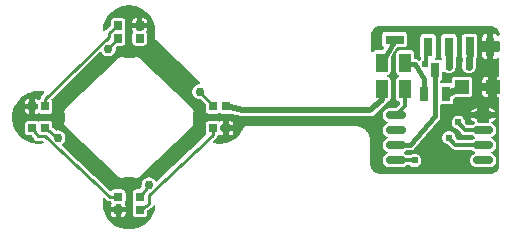
<source format=gtl>
G04 Layer: TopLayer*
G04 EasyEDA v6.4.20.5, 2021-09-11T17:11:42--7:00*
G04 59e5e42a4f444d7ea769f532c57b2946,1286d1f709c949e68cfeef46812bcf49,10*
G04 Gerber Generator version 0.2*
G04 Scale: 100 percent, Rotated: No, Reflected: No *
G04 Dimensions in millimeters *
G04 leading zeros omitted , absolute positions ,4 integer and 5 decimal *
%FSLAX45Y45*%
%MOMM*%

%ADD10C,0.2540*%
%ADD11C,0.4000*%
%ADD12C,0.3000*%
%ADD13C,0.5000*%
%ADD14C,0.6000*%
%ADD15C,0.6500*%
%ADD16C,0.7500*%
%ADD17C,0.6096*%
%ADD18R,1.2000X1.2000*%
%ADD19R,1.0000X1.5500*%
%ADD20R,0.7000X1.2500*%
%ADD21R,0.8000X1.6000*%
%ADD22R,1.6000X0.8000*%
%ADD23R,0.7000X0.7000*%

%LPD*%
G36*
X1130757Y282854D02*
G01*
X1110792Y283768D01*
X1091031Y286461D01*
X1071575Y290931D01*
X1052576Y297078D01*
X1034237Y304952D01*
X1016609Y314350D01*
X999947Y325323D01*
X984300Y337718D01*
X969822Y351485D01*
X956614Y366471D01*
X944829Y382524D01*
X934516Y399643D01*
X925728Y417576D01*
X918616Y436219D01*
X913130Y455422D01*
X909421Y475030D01*
X907491Y494893D01*
X907287Y514858D01*
X908913Y534720D01*
X910031Y541528D01*
X911656Y545541D01*
X914806Y548538D01*
X918870Y549910D01*
X923188Y549503D01*
X926947Y547319D01*
X943457Y532028D01*
X949909Y527202D01*
X956716Y523900D01*
X964031Y521970D01*
X973378Y521462D01*
X977239Y520446D01*
X980389Y518058D01*
X984859Y510387D01*
X986231Y506882D01*
X986231Y503123D01*
X984859Y499567D01*
X982726Y496214D01*
X980795Y490728D01*
X980084Y484428D01*
X980084Y473862D01*
X1017168Y473862D01*
X1017168Y488950D01*
X1017930Y492810D01*
X1020114Y496112D01*
X1023416Y498297D01*
X1027328Y499109D01*
X1054709Y499109D01*
X1058570Y498297D01*
X1061872Y496112D01*
X1064056Y492810D01*
X1064869Y488950D01*
X1064869Y473862D01*
X1101902Y473862D01*
X1101902Y484428D01*
X1101191Y490728D01*
X1099261Y496214D01*
X1097178Y499567D01*
X1095756Y503123D01*
X1095756Y506882D01*
X1097178Y510387D01*
X1099261Y513791D01*
X1101191Y519226D01*
X1101902Y525576D01*
X1101902Y594410D01*
X1101191Y600760D01*
X1099261Y606196D01*
X1096213Y611124D01*
X1092098Y615188D01*
X1087221Y618286D01*
X1081735Y620217D01*
X1075436Y620928D01*
X1006551Y620928D01*
X1000252Y620217D01*
X994765Y618286D01*
X989888Y615188D01*
X985926Y611225D01*
X982726Y609041D01*
X978916Y608279D01*
X975106Y608939D01*
X971854Y610971D01*
X563067Y988314D01*
X560578Y991920D01*
X559816Y996238D01*
X560984Y1000455D01*
X563778Y1003808D01*
X572922Y1010869D01*
X579983Y1018590D01*
X585724Y1027328D01*
X589940Y1036929D01*
X592531Y1047089D01*
X593394Y1057503D01*
X592531Y1067917D01*
X589940Y1078077D01*
X585724Y1087678D01*
X579983Y1096416D01*
X572922Y1104138D01*
X564642Y1110538D01*
X555447Y1115517D01*
X545541Y1118920D01*
X535228Y1120648D01*
X524764Y1120648D01*
X518312Y1119581D01*
X514197Y1119784D01*
X510438Y1121562D01*
X487324Y1139545D01*
X485241Y1141730D01*
X483870Y1144524D01*
X483412Y1147572D01*
X483412Y1175410D01*
X482701Y1181760D01*
X480771Y1187196D01*
X477723Y1192123D01*
X473608Y1196187D01*
X468731Y1199286D01*
X463245Y1201216D01*
X456946Y1201928D01*
X388061Y1201928D01*
X381762Y1201216D01*
X376275Y1199286D01*
X372922Y1197152D01*
X369366Y1195781D01*
X365607Y1195781D01*
X362102Y1197152D01*
X358698Y1199286D01*
X353263Y1201216D01*
X346913Y1201928D01*
X278079Y1201928D01*
X271729Y1201216D01*
X266293Y1199286D01*
X261366Y1196187D01*
X257302Y1192123D01*
X254203Y1187196D01*
X252323Y1181760D01*
X251612Y1175410D01*
X251612Y1106576D01*
X252323Y1100226D01*
X254203Y1094790D01*
X257302Y1089863D01*
X261366Y1085799D01*
X266293Y1082700D01*
X271729Y1080820D01*
X278079Y1080109D01*
X301345Y1080109D01*
X304596Y1079550D01*
X307492Y1077976D01*
X309778Y1075588D01*
X327558Y1049020D01*
X332638Y1042822D01*
X338480Y1038047D01*
X345186Y1034491D01*
X352399Y1032306D01*
X360426Y1031494D01*
X398526Y1031494D01*
X402183Y1030782D01*
X406044Y1028192D01*
X408330Y1025093D01*
X409295Y1021435D01*
X408838Y1017625D01*
X407060Y1014272D01*
X404114Y1011834D01*
X400507Y1010666D01*
X385064Y1008634D01*
X364998Y1007871D01*
X344982Y1008837D01*
X325120Y1011631D01*
X305562Y1016203D01*
X286512Y1022502D01*
X268122Y1030478D01*
X250494Y1040028D01*
X233781Y1051153D01*
X218135Y1063752D01*
X203708Y1077671D01*
X190550Y1092809D01*
X178816Y1109065D01*
X168554Y1126337D01*
X159918Y1144422D01*
X152908Y1163218D01*
X147624Y1182573D01*
X144119Y1202334D01*
X142341Y1222298D01*
X142392Y1242364D01*
X144221Y1262380D01*
X147828Y1282090D01*
X153212Y1301445D01*
X160274Y1320190D01*
X169011Y1338275D01*
X179324Y1355496D01*
X191109Y1371701D01*
X204317Y1386789D01*
X218846Y1400657D01*
X234492Y1413154D01*
X251256Y1424228D01*
X268935Y1433728D01*
X287375Y1441602D01*
X306425Y1447850D01*
X325983Y1452321D01*
X345846Y1455013D01*
X365912Y1455928D01*
X385978Y1455064D01*
X405688Y1452422D01*
X409244Y1451203D01*
X412140Y1448816D01*
X413969Y1445514D01*
X414477Y1441754D01*
X413562Y1438097D01*
X411378Y1434998D01*
X392125Y1416456D01*
X387350Y1410208D01*
X383997Y1403400D01*
X382016Y1395984D01*
X381508Y1390294D01*
X380796Y1387297D01*
X379171Y1384655D01*
X376783Y1382623D01*
X372922Y1380134D01*
X369366Y1378762D01*
X365607Y1378762D01*
X362102Y1380134D01*
X358698Y1382268D01*
X353263Y1384198D01*
X346913Y1384909D01*
X336346Y1384909D01*
X336346Y1347825D01*
X351434Y1347825D01*
X355346Y1347063D01*
X358597Y1344879D01*
X360832Y1341577D01*
X361594Y1337665D01*
X361594Y1310284D01*
X360832Y1306423D01*
X358597Y1303121D01*
X355346Y1300937D01*
X351434Y1300124D01*
X336346Y1300124D01*
X336346Y1263091D01*
X346913Y1263091D01*
X353263Y1263802D01*
X358698Y1265732D01*
X362102Y1267815D01*
X365607Y1269238D01*
X369366Y1269238D01*
X372922Y1267815D01*
X376275Y1265732D01*
X381762Y1263802D01*
X388061Y1263091D01*
X456946Y1263091D01*
X463245Y1263802D01*
X468731Y1265732D01*
X473608Y1268780D01*
X477723Y1272895D01*
X480771Y1277772D01*
X482701Y1283258D01*
X483412Y1289558D01*
X483412Y1358442D01*
X482701Y1364742D01*
X480771Y1370228D01*
X477723Y1375105D01*
X474370Y1379575D01*
X473608Y1383538D01*
X474421Y1387449D01*
X476707Y1390751D01*
X884631Y1782724D01*
X888390Y1785010D01*
X892810Y1785467D01*
X896975Y1784045D01*
X900176Y1780946D01*
X905002Y1773580D01*
X912063Y1765858D01*
X920343Y1759457D01*
X929538Y1754479D01*
X939444Y1751075D01*
X949756Y1749348D01*
X960221Y1749348D01*
X970534Y1751075D01*
X980440Y1754479D01*
X989634Y1759457D01*
X997915Y1765858D01*
X1004976Y1773580D01*
X1010716Y1782318D01*
X1014933Y1791919D01*
X1017524Y1802079D01*
X1018387Y1812493D01*
X1017930Y1817573D01*
X1018489Y1821789D01*
X1020724Y1825447D01*
X1030732Y1835962D01*
X1034084Y1838248D01*
X1038098Y1839112D01*
X1072946Y1839112D01*
X1079246Y1839823D01*
X1084732Y1841703D01*
X1089609Y1844802D01*
X1093724Y1848866D01*
X1096772Y1853793D01*
X1098702Y1859229D01*
X1099413Y1865579D01*
X1099413Y1934413D01*
X1098702Y1940763D01*
X1096772Y1946198D01*
X1094638Y1949602D01*
X1093266Y1953107D01*
X1093266Y1956866D01*
X1094638Y1960422D01*
X1096772Y1963775D01*
X1098702Y1969262D01*
X1099413Y1975561D01*
X1099413Y2044446D01*
X1098702Y2050745D01*
X1096772Y2056231D01*
X1093724Y2061108D01*
X1089609Y2065223D01*
X1084732Y2068271D01*
X1079246Y2070201D01*
X1072946Y2070912D01*
X1004062Y2070912D01*
X997762Y2070201D01*
X992276Y2068271D01*
X987399Y2065223D01*
X983284Y2061108D01*
X980236Y2056231D01*
X978306Y2050745D01*
X977595Y2044446D01*
X977595Y2014270D01*
X976630Y2009952D01*
X973886Y2006447D01*
X935685Y1974748D01*
X932840Y1972208D01*
X930148Y1969211D01*
X926287Y1963521D01*
X923696Y1960625D01*
X920191Y1958949D01*
X916279Y1958746D01*
X912621Y1959965D01*
X909675Y1962505D01*
X907897Y1965960D01*
X907542Y1969820D01*
X909574Y1989683D01*
X913384Y2009292D01*
X918870Y2028443D01*
X926084Y2047087D01*
X934923Y2064969D01*
X945337Y2081987D01*
X957224Y2098040D01*
X970483Y2112975D01*
X985012Y2126640D01*
X1000658Y2138984D01*
X1017422Y2149906D01*
X1035050Y2159254D01*
X1053439Y2167026D01*
X1072438Y2173122D01*
X1091946Y2177491D01*
X1111707Y2180082D01*
X1131671Y2180945D01*
X1151585Y2180031D01*
X1171346Y2177338D01*
X1190853Y2172868D01*
X1209802Y2166721D01*
X1228191Y2158847D01*
X1245768Y2149449D01*
X1262430Y2138476D01*
X1278077Y2126081D01*
X1292555Y2112314D01*
X1305763Y2097328D01*
X1317548Y2081275D01*
X1327912Y2064156D01*
X1336649Y2046224D01*
X1343812Y2027580D01*
X1349248Y2008378D01*
X1352956Y1988769D01*
X1354937Y1968906D01*
X1355090Y1948942D01*
X1353515Y1929079D01*
X1350162Y1909318D01*
X1349908Y1902917D01*
X1351483Y1895551D01*
X1354074Y1890166D01*
X1358239Y1885137D01*
X1732229Y1530705D01*
X1734566Y1527403D01*
X1735429Y1523492D01*
X1734667Y1519580D01*
X1732483Y1516227D01*
X1729181Y1513941D01*
X1714449Y1511452D01*
X1704543Y1508048D01*
X1695348Y1503070D01*
X1687068Y1496618D01*
X1680006Y1488948D01*
X1674266Y1480159D01*
X1670050Y1470609D01*
X1667510Y1460449D01*
X1666595Y1449984D01*
X1667510Y1439570D01*
X1670050Y1429410D01*
X1674266Y1419860D01*
X1680006Y1411071D01*
X1687068Y1403400D01*
X1695348Y1396949D01*
X1704543Y1391970D01*
X1714449Y1388567D01*
X1724761Y1386840D01*
X1730095Y1386840D01*
X1734210Y1385976D01*
X1737664Y1383436D01*
X1779016Y1337157D01*
X1780946Y1334008D01*
X1781606Y1330350D01*
X1781606Y1289558D01*
X1782318Y1283258D01*
X1784197Y1277772D01*
X1787296Y1272895D01*
X1791360Y1268780D01*
X1796288Y1265732D01*
X1801723Y1263802D01*
X1808073Y1263091D01*
X1876907Y1263091D01*
X1883257Y1263802D01*
X1888693Y1265732D01*
X1892096Y1267815D01*
X1895602Y1269238D01*
X1899361Y1269238D01*
X1902917Y1267815D01*
X1906270Y1265732D01*
X1911756Y1263802D01*
X1918055Y1263091D01*
X1986940Y1263091D01*
X1990750Y1262938D01*
X2090978Y1239926D01*
X2097532Y1239164D01*
X3171393Y1239113D01*
X3180537Y1240231D01*
X3189020Y1242822D01*
X3196945Y1246835D01*
X3204362Y1252474D01*
X3303727Y1341831D01*
X3310128Y1348740D01*
X3313988Y1354480D01*
X3317290Y1361440D01*
X3319221Y1364284D01*
X3322015Y1366316D01*
X3325774Y1367282D01*
X3331210Y1369212D01*
X3336137Y1372311D01*
X3340201Y1376375D01*
X3343300Y1381302D01*
X3345179Y1386738D01*
X3345891Y1393088D01*
X3345891Y1546910D01*
X3345179Y1553260D01*
X3343300Y1558696D01*
X3340201Y1563624D01*
X3336137Y1567688D01*
X3331210Y1570786D01*
X3325164Y1572920D01*
X3321608Y1575054D01*
X3319170Y1578457D01*
X3318357Y1582521D01*
X3319170Y1586585D01*
X3321608Y1589938D01*
X3325164Y1592072D01*
X3331210Y1594205D01*
X3336086Y1597304D01*
X3340201Y1601368D01*
X3343300Y1606296D01*
X3345179Y1611731D01*
X3345891Y1618081D01*
X3345891Y1733448D01*
X3346246Y1735988D01*
X3347212Y1738426D01*
X3392576Y1818944D01*
X3394862Y1821688D01*
X3397961Y1823466D01*
X3401466Y1824075D01*
X3459429Y1824075D01*
X3465728Y1824786D01*
X3471214Y1826717D01*
X3476091Y1829816D01*
X3480206Y1833880D01*
X3483305Y1838807D01*
X3485184Y1844243D01*
X3485896Y1850593D01*
X3485896Y1929434D01*
X3485184Y1935734D01*
X3483305Y1941220D01*
X3480206Y1946097D01*
X3476091Y1950212D01*
X3471214Y1953310D01*
X3465728Y1955190D01*
X3459429Y1955901D01*
X3300577Y1955901D01*
X3294227Y1955190D01*
X3288792Y1953310D01*
X3283864Y1950212D01*
X3279800Y1946097D01*
X3276701Y1941220D01*
X3274822Y1935734D01*
X3274110Y1929434D01*
X3274110Y1850593D01*
X3274822Y1844243D01*
X3276701Y1838807D01*
X3279800Y1833880D01*
X3284474Y1829206D01*
X3286810Y1825548D01*
X3287420Y1821230D01*
X3286150Y1817065D01*
X3278530Y1803552D01*
X3276295Y1800809D01*
X3273196Y1799031D01*
X3269691Y1798421D01*
X3220567Y1798421D01*
X3214217Y1797710D01*
X3208782Y1795780D01*
X3203905Y1792681D01*
X3199790Y1788617D01*
X3198825Y1787093D01*
X3195777Y1783994D01*
X3191764Y1782470D01*
X3187395Y1782775D01*
X3183585Y1784807D01*
X3180994Y1788312D01*
X3180080Y1792579D01*
X3180740Y1930349D01*
X3181705Y1942896D01*
X3184042Y1953209D01*
X3187852Y1963064D01*
X3192983Y1972259D01*
X3199384Y1980641D01*
X3206902Y1988007D01*
X3215436Y1994255D01*
X3224733Y1999234D01*
X3234690Y2002840D01*
X3245002Y2004974D01*
X3257499Y2005838D01*
X3979926Y2004110D01*
X4199890Y2003247D01*
X4207357Y2002891D01*
X4217670Y2000554D01*
X4227525Y1996744D01*
X4236720Y1991614D01*
X4245102Y1985213D01*
X4252518Y1977643D01*
X4258767Y1969160D01*
X4263694Y1959813D01*
X4267301Y1949907D01*
X4268825Y1942846D01*
X4269079Y1940610D01*
X4269028Y1931365D01*
X4268063Y1927148D01*
X4265472Y1923694D01*
X4261662Y1921662D01*
X4257344Y1921408D01*
X4253280Y1922932D01*
X4246118Y1930196D01*
X4241190Y1933295D01*
X4235754Y1935175D01*
X4229455Y1935886D01*
X4216349Y1935886D01*
X4216349Y1876348D01*
X4258462Y1876348D01*
X4262374Y1875586D01*
X4265676Y1873351D01*
X4267911Y1870049D01*
X4268622Y1866138D01*
X4268216Y1793748D01*
X4267454Y1789887D01*
X4265218Y1786585D01*
X4261967Y1784400D01*
X4258056Y1783638D01*
X4216349Y1783638D01*
X4216349Y1724101D01*
X4229455Y1724101D01*
X4235754Y1724812D01*
X4241190Y1726692D01*
X4246118Y1729790D01*
X4250486Y1734210D01*
X4253788Y1736394D01*
X4257700Y1737156D01*
X4261612Y1736394D01*
X4264914Y1734159D01*
X4267098Y1730857D01*
X4267860Y1726946D01*
X4267047Y1586026D01*
X4266234Y1582115D01*
X4264050Y1578864D01*
X4260748Y1576679D01*
X4256887Y1575917D01*
X4246372Y1575917D01*
X4246372Y1526336D01*
X4256481Y1526336D01*
X4260392Y1525574D01*
X4263694Y1523339D01*
X4265879Y1520037D01*
X4266641Y1516126D01*
X4266336Y1463751D01*
X4265574Y1459890D01*
X4263339Y1456588D01*
X4260037Y1454404D01*
X4256176Y1453642D01*
X4246372Y1453642D01*
X4246372Y1404112D01*
X4255770Y1404112D01*
X4259681Y1403299D01*
X4262983Y1401114D01*
X4265168Y1397762D01*
X4265930Y1393850D01*
X4265015Y1228293D01*
X4265015Y829360D01*
X4264050Y816864D01*
X4261662Y806551D01*
X4257903Y796696D01*
X4252772Y787501D01*
X4246321Y779119D01*
X4238802Y771702D01*
X4230268Y765505D01*
X4220972Y760526D01*
X4211066Y756920D01*
X4200702Y754786D01*
X4189526Y753973D01*
X4185056Y753414D01*
X3251250Y755904D01*
X3238754Y756869D01*
X3228492Y759206D01*
X3218637Y763016D01*
X3209391Y768146D01*
X3201009Y774547D01*
X3193643Y782116D01*
X3187395Y790600D01*
X3182416Y799947D01*
X3178810Y809853D01*
X3176676Y820216D01*
X3175914Y831240D01*
X3175914Y1029716D01*
X3175000Y1044549D01*
X3174492Y1048359D01*
X3172053Y1060704D01*
X3171037Y1064463D01*
X3167024Y1076350D01*
X3165500Y1079957D01*
X3159963Y1091234D01*
X3158032Y1094587D01*
X3151022Y1105052D01*
X3148634Y1108151D01*
X3140354Y1117600D01*
X3137611Y1120343D01*
X3128162Y1128674D01*
X3125063Y1131011D01*
X3114598Y1138021D01*
X3111246Y1139952D01*
X3099968Y1145489D01*
X3096361Y1147013D01*
X3084474Y1151026D01*
X3080715Y1152042D01*
X3068370Y1154480D01*
X3064510Y1154988D01*
X3056178Y1155547D01*
X3053842Y1156004D01*
X3048457Y1157630D01*
X3042259Y1158392D01*
X2724810Y1157833D01*
X2719374Y1158392D01*
X2123236Y1157833D01*
X2116785Y1157020D01*
X2110943Y1154785D01*
X2107641Y1152804D01*
X2104694Y1150416D01*
X2100783Y1145641D01*
X2098243Y1140307D01*
X2096871Y1133500D01*
X2096058Y1131011D01*
X2092096Y1123188D01*
X2081682Y1106271D01*
X2069846Y1090320D01*
X2056587Y1075486D01*
X2042109Y1061872D01*
X2026462Y1049578D01*
X2009749Y1038758D01*
X1992172Y1029462D01*
X1973884Y1021740D01*
X1954936Y1015695D01*
X1935530Y1011326D01*
X1915820Y1008735D01*
X1895957Y1007871D01*
X1876094Y1008735D01*
X1856384Y1011428D01*
X1848561Y1013155D01*
X1844598Y1015034D01*
X1841804Y1018387D01*
X1840636Y1022553D01*
X1841347Y1026871D01*
X1843786Y1030478D01*
X1866188Y1051610D01*
X1871116Y1057249D01*
X1874977Y1063802D01*
X1877517Y1070965D01*
X1877822Y1073150D01*
X1878990Y1076604D01*
X1881327Y1079449D01*
X1884527Y1081227D01*
X1888693Y1082700D01*
X1892096Y1084834D01*
X1895602Y1086205D01*
X1899361Y1086205D01*
X1902917Y1084834D01*
X1906270Y1082700D01*
X1911756Y1080820D01*
X1918055Y1080109D01*
X1928672Y1080109D01*
X1928672Y1117142D01*
X1913585Y1117142D01*
X1909673Y1117904D01*
X1906371Y1120140D01*
X1904187Y1123442D01*
X1903425Y1127302D01*
X1903425Y1154684D01*
X1904187Y1158595D01*
X1906371Y1161846D01*
X1909673Y1164082D01*
X1913585Y1164844D01*
X1928672Y1164844D01*
X1928672Y1201928D01*
X1918055Y1201928D01*
X1911756Y1201216D01*
X1906270Y1199286D01*
X1902917Y1197152D01*
X1899361Y1195781D01*
X1895602Y1195781D01*
X1892096Y1197152D01*
X1888693Y1199286D01*
X1883257Y1201216D01*
X1876907Y1201928D01*
X1808073Y1201928D01*
X1801723Y1201216D01*
X1796288Y1199286D01*
X1791360Y1196187D01*
X1787296Y1192123D01*
X1784197Y1187196D01*
X1782318Y1181760D01*
X1781606Y1175410D01*
X1781606Y1106576D01*
X1782318Y1100226D01*
X1784197Y1094790D01*
X1785416Y1092809D01*
X1786737Y1089609D01*
X1786889Y1086154D01*
X1785874Y1082802D01*
X1783791Y1080058D01*
X1370380Y689610D01*
X1366621Y687324D01*
X1362202Y686866D01*
X1358087Y688340D01*
X1354886Y691438D01*
X1350010Y698906D01*
X1342898Y706628D01*
X1334668Y713028D01*
X1325473Y718007D01*
X1315567Y721410D01*
X1305255Y723138D01*
X1294739Y723138D01*
X1284427Y721410D01*
X1274521Y718007D01*
X1265326Y713028D01*
X1257096Y706628D01*
X1249984Y698906D01*
X1244244Y690168D01*
X1240078Y680567D01*
X1237488Y670407D01*
X1236624Y659993D01*
X1237488Y649579D01*
X1238097Y645261D01*
X1237488Y642315D01*
X1236065Y639622D01*
X1224838Y624890D01*
X1222603Y622757D01*
X1219809Y621385D01*
X1216761Y620928D01*
X1189583Y620928D01*
X1183233Y620217D01*
X1177798Y618286D01*
X1172870Y615188D01*
X1168806Y611124D01*
X1165707Y606196D01*
X1163777Y600760D01*
X1163066Y594410D01*
X1163066Y525576D01*
X1163777Y519226D01*
X1165707Y513791D01*
X1167841Y510387D01*
X1169212Y506882D01*
X1169212Y503123D01*
X1167841Y499567D01*
X1165707Y496214D01*
X1163777Y490728D01*
X1163066Y484428D01*
X1163066Y415594D01*
X1163777Y409244D01*
X1165707Y403809D01*
X1168806Y398881D01*
X1172870Y394817D01*
X1177798Y391718D01*
X1183233Y389788D01*
X1189583Y389077D01*
X1258417Y389077D01*
X1264767Y389788D01*
X1270203Y391718D01*
X1275130Y394817D01*
X1279194Y398881D01*
X1282293Y403809D01*
X1284173Y409244D01*
X1284884Y415594D01*
X1284884Y438404D01*
X1285443Y441655D01*
X1287018Y444601D01*
X1289507Y446887D01*
X1320800Y467461D01*
X1327048Y472541D01*
X1331925Y478332D01*
X1333906Y481990D01*
X1336446Y485089D01*
X1340002Y486918D01*
X1344015Y487222D01*
X1347825Y486003D01*
X1350822Y483412D01*
X1352600Y479806D01*
X1352905Y475843D01*
X1351788Y467563D01*
X1347520Y448462D01*
X1341577Y429869D01*
X1334058Y411835D01*
X1325016Y394512D01*
X1314450Y378002D01*
X1302562Y362559D01*
X1289304Y348183D01*
X1274876Y334975D01*
X1259332Y323138D01*
X1242822Y312623D01*
X1225499Y303631D01*
X1207414Y296214D01*
X1188770Y290372D01*
X1169670Y286156D01*
X1150264Y283667D01*
G37*

%LPC*%
G36*
X1160576Y2033828D02*
G01*
X1197660Y2033828D01*
X1197660Y2070912D01*
X1187094Y2070912D01*
X1180744Y2070201D01*
X1175308Y2068271D01*
X1170381Y2065223D01*
X1166317Y2061108D01*
X1163218Y2056231D01*
X1161288Y2050745D01*
X1160576Y2044446D01*
G37*
G36*
X1006551Y389077D02*
G01*
X1017168Y389077D01*
X1017168Y426161D01*
X980084Y426161D01*
X980084Y415543D01*
X980795Y409244D01*
X982726Y403758D01*
X985774Y398881D01*
X989888Y394766D01*
X994765Y391718D01*
X1000252Y389788D01*
G37*
G36*
X1245362Y2033828D02*
G01*
X1282395Y2033828D01*
X1282395Y2044446D01*
X1281684Y2050745D01*
X1279804Y2056231D01*
X1276705Y2061108D01*
X1272590Y2065223D01*
X1267714Y2068271D01*
X1262227Y2070201D01*
X1255928Y2070912D01*
X1245362Y2070912D01*
G37*
G36*
X4124096Y1876348D02*
G01*
X4163669Y1876348D01*
X4163669Y1935886D01*
X4150563Y1935886D01*
X4144264Y1935175D01*
X4138777Y1933295D01*
X4133900Y1930196D01*
X4129786Y1926132D01*
X4126737Y1921205D01*
X4124807Y1915769D01*
X4124096Y1909419D01*
G37*
G36*
X1187094Y1839061D02*
G01*
X1255928Y1839061D01*
X1262227Y1839772D01*
X1267714Y1841703D01*
X1272590Y1844802D01*
X1276705Y1848866D01*
X1279804Y1853793D01*
X1281684Y1859229D01*
X1282395Y1865579D01*
X1282395Y1934413D01*
X1281684Y1940763D01*
X1279804Y1946198D01*
X1277670Y1949602D01*
X1276299Y1953107D01*
X1276299Y1956866D01*
X1277670Y1960422D01*
X1279804Y1963775D01*
X1281684Y1969262D01*
X1282395Y1975561D01*
X1282395Y1986127D01*
X1245362Y1986127D01*
X1245362Y1971039D01*
X1244600Y1967179D01*
X1242364Y1963877D01*
X1239062Y1961692D01*
X1235202Y1960880D01*
X1207820Y1960880D01*
X1203909Y1961692D01*
X1200607Y1963877D01*
X1198422Y1967179D01*
X1197660Y1971039D01*
X1197660Y1986127D01*
X1160576Y1986127D01*
X1160576Y1975561D01*
X1161288Y1969262D01*
X1163218Y1963775D01*
X1165352Y1960422D01*
X1166723Y1956866D01*
X1166723Y1953107D01*
X1165352Y1949602D01*
X1163218Y1946198D01*
X1161288Y1940763D01*
X1160576Y1934413D01*
X1160576Y1865579D01*
X1161288Y1859229D01*
X1163218Y1853793D01*
X1166317Y1848866D01*
X1170381Y1844802D01*
X1175308Y1841703D01*
X1180744Y1839772D01*
G37*
G36*
X4150563Y1724101D02*
G01*
X4163669Y1724101D01*
X4163669Y1783638D01*
X4124096Y1783638D01*
X4124096Y1750568D01*
X4124807Y1744268D01*
X4126737Y1738782D01*
X4129786Y1733905D01*
X4133900Y1729790D01*
X4138777Y1726692D01*
X4144264Y1724812D01*
G37*
G36*
X4009999Y1603654D02*
G01*
X4019804Y1604518D01*
X4029252Y1607058D01*
X4038193Y1611172D01*
X4046220Y1616811D01*
X4053179Y1623771D01*
X4058818Y1631797D01*
X4062933Y1640738D01*
X4065473Y1650187D01*
X4066336Y1659991D01*
X4066032Y1664157D01*
X4067810Y1725066D01*
X4068622Y1728825D01*
X4070807Y1731975D01*
X4075176Y1736394D01*
X4078274Y1741271D01*
X4080205Y1746757D01*
X4080916Y1753057D01*
X4080916Y1911908D01*
X4080205Y1918258D01*
X4078274Y1923694D01*
X4075176Y1928622D01*
X4071112Y1932686D01*
X4066184Y1935784D01*
X4060748Y1937715D01*
X4054398Y1938426D01*
X3975557Y1938426D01*
X3969258Y1937715D01*
X3963771Y1935784D01*
X3958894Y1932686D01*
X3954779Y1928622D01*
X3951732Y1923694D01*
X3949801Y1918258D01*
X3949090Y1911908D01*
X3949090Y1753057D01*
X3949801Y1746757D01*
X3951732Y1741271D01*
X3954576Y1736699D01*
X3955796Y1734007D01*
X3956151Y1731010D01*
X3954272Y1666900D01*
X3953662Y1659991D01*
X3954526Y1650187D01*
X3957065Y1640738D01*
X3961180Y1631797D01*
X3966819Y1623771D01*
X3973779Y1616811D01*
X3981805Y1611172D01*
X3990746Y1607058D01*
X4000195Y1604518D01*
G37*
G36*
X1065022Y719226D02*
G01*
X1071372Y719429D01*
X1074064Y719937D01*
X1100836Y726643D01*
X1130808Y728980D01*
X1162456Y726643D01*
X1191463Y722020D01*
X1197813Y721715D01*
X1203502Y722731D01*
X1208786Y724966D01*
X1214526Y729234D01*
X1669084Y1160068D01*
X1673656Y1165758D01*
X1676450Y1172311D01*
X1677568Y1178255D01*
X1677212Y1184351D01*
X1673910Y1204010D01*
X1672336Y1222857D01*
X1672386Y1241806D01*
X1672742Y1246327D01*
X1675638Y1270203D01*
X1677212Y1279398D01*
X1677517Y1285849D01*
X1675892Y1293266D01*
X1673352Y1298600D01*
X1669135Y1303680D01*
X1215085Y1734007D01*
X1209141Y1738223D01*
X1202486Y1740712D01*
X1196492Y1741424D01*
X1190447Y1740814D01*
X1170178Y1736293D01*
X1150569Y1733702D01*
X1130757Y1732838D01*
X1122984Y1733194D01*
X1102309Y1735124D01*
X1082903Y1738325D01*
X1071981Y1740763D01*
X1065530Y1741424D01*
X1058113Y1740204D01*
X1052626Y1737918D01*
X1047343Y1734057D01*
X593293Y1303731D01*
X588721Y1298041D01*
X585927Y1291488D01*
X584860Y1285544D01*
X585165Y1279448D01*
X588314Y1261110D01*
X589483Y1248359D01*
X590092Y1239062D01*
X590042Y1221994D01*
X588467Y1204417D01*
X584606Y1183792D01*
X584098Y1177696D01*
X585012Y1171956D01*
X587095Y1166571D01*
X590397Y1161796D01*
X592328Y1159713D01*
X1049477Y726389D01*
X1054354Y722731D01*
X1059637Y720344D01*
G37*
G36*
X4124096Y1526336D02*
G01*
X4173677Y1526336D01*
X4173677Y1575917D01*
X4150563Y1575917D01*
X4144264Y1575206D01*
X4138777Y1573276D01*
X4133900Y1570228D01*
X4129786Y1566113D01*
X4126737Y1561236D01*
X4124807Y1555750D01*
X4124096Y1549450D01*
G37*
G36*
X4150563Y1404112D02*
G01*
X4173677Y1404112D01*
X4173677Y1453642D01*
X4124096Y1453642D01*
X4124096Y1430578D01*
X4124807Y1424228D01*
X4126737Y1418793D01*
X4129786Y1413865D01*
X4133900Y1409801D01*
X4138777Y1406702D01*
X4144264Y1404823D01*
G37*
G36*
X4077919Y811072D02*
G01*
X4182110Y811072D01*
X4192117Y811936D01*
X4201464Y814273D01*
X4210304Y818184D01*
X4218381Y823417D01*
X4225442Y829970D01*
X4231386Y837590D01*
X4235958Y846074D01*
X4239107Y855167D01*
X4240682Y864666D01*
X4240682Y874318D01*
X4239107Y883818D01*
X4235958Y892962D01*
X4231386Y901446D01*
X4225442Y909015D01*
X4218381Y915568D01*
X4210304Y920851D01*
X4203801Y923696D01*
X4200601Y925931D01*
X4198467Y929182D01*
X4197705Y932992D01*
X4198467Y936802D01*
X4200601Y940104D01*
X4203801Y942289D01*
X4210304Y945184D01*
X4218381Y950417D01*
X4225442Y956970D01*
X4231386Y964590D01*
X4235958Y973074D01*
X4239107Y982167D01*
X4240682Y991666D01*
X4240682Y1001318D01*
X4239107Y1010818D01*
X4235958Y1019962D01*
X4231386Y1028446D01*
X4225442Y1036015D01*
X4218381Y1042568D01*
X4210304Y1047851D01*
X4203801Y1050696D01*
X4200601Y1052931D01*
X4198467Y1056182D01*
X4197705Y1059992D01*
X4198467Y1063802D01*
X4200601Y1067104D01*
X4203801Y1069289D01*
X4210304Y1072184D01*
X4218381Y1077417D01*
X4225442Y1083970D01*
X4231386Y1091590D01*
X4235958Y1100074D01*
X4239107Y1109167D01*
X4240682Y1118666D01*
X4240682Y1128318D01*
X4239107Y1137818D01*
X4235958Y1146962D01*
X4231386Y1155446D01*
X4225442Y1163015D01*
X4218381Y1169568D01*
X4210304Y1174851D01*
X4203801Y1177696D01*
X4200601Y1179931D01*
X4198467Y1183182D01*
X4197705Y1186992D01*
X4198467Y1190802D01*
X4200601Y1194104D01*
X4203801Y1196289D01*
X4210304Y1199184D01*
X4218381Y1204417D01*
X4225442Y1210970D01*
X4231386Y1218590D01*
X4236262Y1227886D01*
X4178858Y1227886D01*
X4178858Y1192072D01*
X4178096Y1188161D01*
X4175861Y1184910D01*
X4172610Y1182674D01*
X4168698Y1181912D01*
X4091330Y1181912D01*
X4087418Y1182674D01*
X4084116Y1184910D01*
X4081932Y1188161D01*
X4081170Y1192072D01*
X4081170Y1227886D01*
X4023766Y1227886D01*
X4028643Y1218590D01*
X4034586Y1210970D01*
X4041648Y1204417D01*
X4049725Y1199184D01*
X4056227Y1196289D01*
X4059428Y1194104D01*
X4061561Y1190802D01*
X4062323Y1186992D01*
X4061561Y1183182D01*
X4059428Y1179931D01*
X4056227Y1177696D01*
X4049725Y1174851D01*
X4041648Y1169568D01*
X4038244Y1166418D01*
X4035094Y1164488D01*
X4031437Y1163777D01*
X3997401Y1163574D01*
X3994353Y1164031D01*
X3991559Y1165352D01*
X3989324Y1167485D01*
X3978351Y1181608D01*
X3976624Y1184960D01*
X3975506Y1199794D01*
X3972966Y1209243D01*
X3968800Y1218184D01*
X3963162Y1226210D01*
X3956253Y1233170D01*
X3948176Y1238808D01*
X3939286Y1242923D01*
X3929786Y1245463D01*
X3920032Y1246327D01*
X3910228Y1245463D01*
X3900728Y1242923D01*
X3891838Y1238808D01*
X3883761Y1233170D01*
X3876852Y1226210D01*
X3871214Y1218184D01*
X3867048Y1209243D01*
X3864508Y1199794D01*
X3863644Y1189990D01*
X3864508Y1180185D01*
X3867048Y1170736D01*
X3871214Y1161796D01*
X3876852Y1153769D01*
X3883761Y1146810D01*
X3891838Y1141171D01*
X3900728Y1137056D01*
X3908298Y1135024D01*
X3911295Y1133652D01*
X3913733Y1131417D01*
X3939997Y1097635D01*
X3943858Y1093266D01*
X3945585Y1091692D01*
X3950106Y1088288D01*
X3952138Y1087018D01*
X3957218Y1084580D01*
X3959453Y1083716D01*
X3964889Y1082294D01*
X3967276Y1081938D01*
X3973068Y1081582D01*
X4032707Y1081938D01*
X4036466Y1081278D01*
X4039666Y1079246D01*
X4041648Y1077417D01*
X4049725Y1072184D01*
X4056227Y1069289D01*
X4059428Y1067104D01*
X4061561Y1063802D01*
X4062323Y1059992D01*
X4061561Y1056182D01*
X4059428Y1052931D01*
X4056227Y1050696D01*
X4049725Y1047851D01*
X4037228Y1039469D01*
X4033469Y1038809D01*
X3915816Y1040536D01*
X3911701Y1041501D01*
X3908298Y1044041D01*
X3898747Y1054912D01*
X3897071Y1057605D01*
X3896258Y1060704D01*
X3895496Y1069797D01*
X3892956Y1079246D01*
X3888790Y1088186D01*
X3883151Y1096213D01*
X3876243Y1103172D01*
X3868165Y1108811D01*
X3859276Y1112926D01*
X3849776Y1115466D01*
X3839972Y1116330D01*
X3830218Y1115466D01*
X3820718Y1112926D01*
X3811828Y1108811D01*
X3803751Y1103172D01*
X3796842Y1096213D01*
X3791204Y1088186D01*
X3787038Y1079246D01*
X3784498Y1069797D01*
X3783634Y1059992D01*
X3784498Y1050188D01*
X3787038Y1040739D01*
X3791204Y1031798D01*
X3796842Y1023772D01*
X3803751Y1016812D01*
X3811828Y1011174D01*
X3820718Y1007059D01*
X3834129Y1003401D01*
X3837178Y1001064D01*
X3862882Y971803D01*
X3869283Y966368D01*
X3876294Y962507D01*
X3883914Y960069D01*
X3892397Y959103D01*
X4030675Y957021D01*
X4034282Y956310D01*
X4037431Y954328D01*
X4041648Y950417D01*
X4049725Y945184D01*
X4056227Y942289D01*
X4059428Y940104D01*
X4061561Y936802D01*
X4062323Y932992D01*
X4061561Y929182D01*
X4059428Y925931D01*
X4056227Y923696D01*
X4049725Y920851D01*
X4041648Y915568D01*
X4034586Y909015D01*
X4028643Y901446D01*
X4024071Y892962D01*
X4020921Y883818D01*
X4019346Y874318D01*
X4019346Y864666D01*
X4020921Y855167D01*
X4024071Y846074D01*
X4028643Y837590D01*
X4034586Y829970D01*
X4041648Y823417D01*
X4049725Y818184D01*
X4058564Y814273D01*
X4067911Y811936D01*
G37*
G36*
X3337915Y811072D02*
G01*
X3442055Y811072D01*
X3452114Y811936D01*
X3461461Y814273D01*
X3470300Y818184D01*
X3482898Y826617D01*
X3486658Y827278D01*
X3506978Y827024D01*
X3510026Y826566D01*
X3512718Y825144D01*
X3521862Y818692D01*
X3530752Y814527D01*
X3540201Y811987D01*
X3550005Y811123D01*
X3559810Y811987D01*
X3569258Y814527D01*
X3578199Y818692D01*
X3586226Y824331D01*
X3593185Y831240D01*
X3598824Y839317D01*
X3602939Y848207D01*
X3605479Y857707D01*
X3606342Y867460D01*
X3605479Y877265D01*
X3602939Y886764D01*
X3598824Y895654D01*
X3593185Y903732D01*
X3586226Y910640D01*
X3578199Y916279D01*
X3569258Y920445D01*
X3559810Y922985D01*
X3550005Y923848D01*
X3540201Y922985D01*
X3530752Y920445D01*
X3521811Y916279D01*
X3513836Y910691D01*
X3510991Y909319D01*
X3507892Y908862D01*
X3489198Y909116D01*
X3485591Y909828D01*
X3482441Y911758D01*
X3478326Y915568D01*
X3470300Y920851D01*
X3463747Y923696D01*
X3460546Y925931D01*
X3458413Y929182D01*
X3457701Y932992D01*
X3458413Y936802D01*
X3460546Y940104D01*
X3463747Y942289D01*
X3470249Y945184D01*
X3477209Y949655D01*
X3479800Y950874D01*
X3482644Y951331D01*
X3512616Y951585D01*
X3517950Y951941D01*
X3521252Y952449D01*
X3526231Y953719D01*
X3529380Y954836D01*
X3534054Y956970D01*
X3536899Y958646D01*
X3541166Y961644D01*
X3543655Y963777D01*
X3547364Y967638D01*
X3756914Y1209649D01*
X3761435Y1215796D01*
X3765245Y1223416D01*
X3767582Y1231544D01*
X3768394Y1240434D01*
X3768445Y1331874D01*
X3769309Y1336040D01*
X3771798Y1339443D01*
X3775506Y1341577D01*
X3779723Y1341983D01*
X3783076Y1341577D01*
X3851910Y1341577D01*
X3858260Y1342288D01*
X3863695Y1344218D01*
X3868623Y1347317D01*
X3872687Y1351381D01*
X3875786Y1356309D01*
X3877665Y1361744D01*
X3878376Y1368094D01*
X3878376Y1389634D01*
X3879138Y1393444D01*
X3881221Y1396695D01*
X3884371Y1398930D01*
X3893820Y1403197D01*
X3898036Y1404112D01*
X4009440Y1404112D01*
X4015740Y1404823D01*
X4021226Y1406702D01*
X4026103Y1409801D01*
X4030218Y1413865D01*
X4033265Y1418793D01*
X4035196Y1424228D01*
X4035907Y1430578D01*
X4035907Y1549450D01*
X4035196Y1555750D01*
X4033265Y1561236D01*
X4030218Y1566113D01*
X4026103Y1570228D01*
X4021226Y1573276D01*
X4015740Y1575206D01*
X4009440Y1575917D01*
X3890568Y1575917D01*
X3884269Y1575206D01*
X3878783Y1573276D01*
X3873906Y1570228D01*
X3869791Y1566113D01*
X3866692Y1561236D01*
X3864813Y1555750D01*
X3864101Y1549450D01*
X3864101Y1528419D01*
X3863187Y1524254D01*
X3860698Y1520850D01*
X3857040Y1518716D01*
X3851910Y1518412D01*
X3783076Y1518412D01*
X3779774Y1518056D01*
X3775557Y1518462D01*
X3771900Y1520545D01*
X3769360Y1524000D01*
X3768496Y1528165D01*
X3768496Y1538478D01*
X3769055Y1541830D01*
X3770731Y1544777D01*
X3773627Y1547266D01*
X3777691Y1551381D01*
X3780790Y1556258D01*
X3782669Y1561744D01*
X3783380Y1568043D01*
X3783380Y1612696D01*
X3784193Y1616557D01*
X3786378Y1619859D01*
X3789679Y1622044D01*
X3793540Y1622856D01*
X3797452Y1622044D01*
X3800754Y1619859D01*
X3803751Y1616811D01*
X3811828Y1611172D01*
X3820718Y1607058D01*
X3830218Y1604518D01*
X3839972Y1603654D01*
X3849776Y1604518D01*
X3859276Y1607058D01*
X3868165Y1611172D01*
X3876243Y1616811D01*
X3883151Y1623771D01*
X3888790Y1631797D01*
X3892956Y1640738D01*
X3895496Y1650187D01*
X3896360Y1659991D01*
X3895902Y1665427D01*
X3895902Y1725371D01*
X3896664Y1729282D01*
X3898900Y1732584D01*
X3900220Y1733905D01*
X3903268Y1738782D01*
X3905199Y1744268D01*
X3905910Y1750568D01*
X3905910Y1909419D01*
X3905199Y1915769D01*
X3903268Y1921205D01*
X3900220Y1926132D01*
X3896106Y1930196D01*
X3891229Y1933295D01*
X3885742Y1935175D01*
X3879443Y1935886D01*
X3800551Y1935886D01*
X3794251Y1935175D01*
X3788765Y1933295D01*
X3783888Y1930196D01*
X3779774Y1926132D01*
X3776726Y1921205D01*
X3774795Y1915769D01*
X3774084Y1909419D01*
X3774084Y1750568D01*
X3774795Y1744268D01*
X3776726Y1738782D01*
X3779774Y1733905D01*
X3781094Y1732584D01*
X3783279Y1729384D01*
X3784092Y1725675D01*
X3783482Y1721916D01*
X3781501Y1718614D01*
X3777691Y1715922D01*
X3773779Y1714855D01*
X3769766Y1715414D01*
X3763264Y1717700D01*
X3756914Y1718411D01*
X3733850Y1718411D01*
X3729634Y1719325D01*
X3726179Y1721866D01*
X3724148Y1725625D01*
X3723792Y1729943D01*
X3725265Y1733956D01*
X3728262Y1738782D01*
X3730193Y1744268D01*
X3730904Y1750568D01*
X3730904Y1909419D01*
X3730193Y1915769D01*
X3728262Y1921205D01*
X3725214Y1926132D01*
X3721100Y1930196D01*
X3716223Y1933295D01*
X3710736Y1935175D01*
X3704437Y1935886D01*
X3625545Y1935886D01*
X3619246Y1935175D01*
X3613759Y1933295D01*
X3608882Y1930196D01*
X3604768Y1926132D01*
X3601720Y1921205D01*
X3599789Y1915769D01*
X3599078Y1909419D01*
X3599078Y1750568D01*
X3599789Y1744268D01*
X3601720Y1738782D01*
X3604209Y1734769D01*
X3605529Y1731619D01*
X3605733Y1728266D01*
X3604768Y1724964D01*
X3602786Y1722221D01*
X3595065Y1714398D01*
X3592017Y1712163D01*
X3588308Y1711248D01*
X3584549Y1711706D01*
X3581196Y1713534D01*
X3577539Y1716582D01*
X3574084Y1718970D01*
X3570325Y1721053D01*
X3566515Y1722729D01*
X3562553Y1724050D01*
X3553917Y1725930D01*
X3550767Y1727200D01*
X3548176Y1729435D01*
X3546500Y1732432D01*
X3545890Y1735836D01*
X3545890Y1771904D01*
X3545179Y1778254D01*
X3543300Y1783689D01*
X3540201Y1788617D01*
X3536086Y1792681D01*
X3531209Y1795780D01*
X3525723Y1797710D01*
X3519424Y1798421D01*
X3420567Y1798421D01*
X3414217Y1797710D01*
X3408781Y1795780D01*
X3403904Y1792681D01*
X3399790Y1788617D01*
X3396691Y1783689D01*
X3394811Y1778254D01*
X3394100Y1771904D01*
X3394100Y1618081D01*
X3394811Y1611731D01*
X3396691Y1606296D01*
X3399790Y1601368D01*
X3403904Y1597304D01*
X3408781Y1594205D01*
X3414826Y1592072D01*
X3418382Y1589938D01*
X3420821Y1586534D01*
X3421634Y1582470D01*
X3420821Y1578457D01*
X3418382Y1575054D01*
X3414826Y1572920D01*
X3408781Y1570786D01*
X3403904Y1567688D01*
X3399790Y1563624D01*
X3396691Y1558696D01*
X3394811Y1553260D01*
X3394100Y1546910D01*
X3394100Y1393088D01*
X3394811Y1386738D01*
X3396691Y1381302D01*
X3399790Y1376375D01*
X3403904Y1372311D01*
X3408781Y1369212D01*
X3414268Y1367282D01*
X3419957Y1366672D01*
X3423513Y1365605D01*
X3426409Y1363319D01*
X3428339Y1360170D01*
X3429000Y1356563D01*
X3429000Y1351178D01*
X3428187Y1347266D01*
X3426002Y1343964D01*
X3393643Y1311859D01*
X3390392Y1309674D01*
X3386480Y1308912D01*
X3337915Y1308912D01*
X3327908Y1308100D01*
X3318560Y1305712D01*
X3309721Y1301851D01*
X3301644Y1296568D01*
X3294532Y1290015D01*
X3288639Y1282446D01*
X3284016Y1273962D01*
X3280918Y1264818D01*
X3279292Y1255318D01*
X3279292Y1245666D01*
X3280918Y1236167D01*
X3284016Y1227074D01*
X3288639Y1218590D01*
X3294532Y1210970D01*
X3301644Y1204417D01*
X3309721Y1199184D01*
X3316224Y1196289D01*
X3319424Y1194104D01*
X3321558Y1190802D01*
X3322320Y1186992D01*
X3321558Y1183182D01*
X3319424Y1179931D01*
X3316224Y1177696D01*
X3309721Y1174851D01*
X3301644Y1169568D01*
X3294532Y1163015D01*
X3288639Y1155446D01*
X3284016Y1146962D01*
X3280918Y1137818D01*
X3279292Y1128318D01*
X3279292Y1118666D01*
X3280918Y1109167D01*
X3284016Y1100074D01*
X3288639Y1091590D01*
X3294532Y1083970D01*
X3301644Y1077417D01*
X3309721Y1072184D01*
X3316224Y1069289D01*
X3319424Y1067104D01*
X3321558Y1063802D01*
X3322320Y1059992D01*
X3321558Y1056182D01*
X3319424Y1052931D01*
X3316224Y1050696D01*
X3309721Y1047851D01*
X3301644Y1042568D01*
X3294532Y1036015D01*
X3288639Y1028446D01*
X3284016Y1019962D01*
X3280918Y1010818D01*
X3279292Y1001318D01*
X3279292Y991666D01*
X3280918Y982167D01*
X3284016Y973074D01*
X3288639Y964590D01*
X3294532Y956970D01*
X3301644Y950417D01*
X3309721Y945184D01*
X3316224Y942289D01*
X3319424Y940104D01*
X3321558Y936802D01*
X3322320Y932992D01*
X3321558Y929182D01*
X3319424Y925931D01*
X3316224Y923696D01*
X3309721Y920851D01*
X3301644Y915568D01*
X3294532Y909015D01*
X3288639Y901446D01*
X3284016Y892962D01*
X3280918Y883818D01*
X3279343Y874318D01*
X3279343Y864666D01*
X3280918Y855167D01*
X3284016Y846074D01*
X3288639Y837590D01*
X3294532Y829970D01*
X3301644Y823417D01*
X3309721Y818184D01*
X3318560Y814273D01*
X3327908Y811936D01*
G37*
G36*
X251612Y1347825D02*
G01*
X288645Y1347825D01*
X288645Y1384909D01*
X278079Y1384909D01*
X271729Y1384198D01*
X266293Y1382268D01*
X261366Y1379220D01*
X257302Y1375105D01*
X254203Y1370228D01*
X252323Y1364742D01*
X251612Y1358442D01*
G37*
G36*
X4178858Y1273098D02*
G01*
X4236262Y1273098D01*
X4235958Y1273962D01*
X4231386Y1282446D01*
X4225442Y1290015D01*
X4218381Y1296568D01*
X4210304Y1301851D01*
X4201464Y1305712D01*
X4192117Y1308100D01*
X4182110Y1308912D01*
X4178858Y1308912D01*
G37*
G36*
X4023766Y1273098D02*
G01*
X4081170Y1273098D01*
X4081170Y1308912D01*
X4077919Y1308912D01*
X4067911Y1308100D01*
X4058564Y1305712D01*
X4049725Y1301851D01*
X4041648Y1296568D01*
X4034586Y1290015D01*
X4028643Y1282446D01*
X4024071Y1273962D01*
G37*
G36*
X278079Y1263091D02*
G01*
X288645Y1263091D01*
X288645Y1300124D01*
X251612Y1300124D01*
X251612Y1289558D01*
X252323Y1283258D01*
X254203Y1277772D01*
X257302Y1272895D01*
X261366Y1268780D01*
X266293Y1265732D01*
X271729Y1263802D01*
G37*
G36*
X1064869Y389077D02*
G01*
X1075436Y389077D01*
X1081735Y389788D01*
X1087221Y391718D01*
X1092098Y394766D01*
X1096213Y398881D01*
X1099261Y403758D01*
X1101191Y409244D01*
X1101902Y415543D01*
X1101902Y426161D01*
X1064869Y426161D01*
G37*
G36*
X1976323Y1080109D02*
G01*
X1986940Y1080109D01*
X1993239Y1080820D01*
X1998725Y1082700D01*
X2003602Y1085799D01*
X2007717Y1089863D01*
X2010765Y1094790D01*
X2012696Y1100226D01*
X2013407Y1106576D01*
X2013407Y1117142D01*
X1976323Y1117142D01*
G37*
G36*
X1976323Y1164844D02*
G01*
X2013407Y1164844D01*
X2013407Y1175410D01*
X2012696Y1181760D01*
X2010765Y1187196D01*
X2007717Y1192123D01*
X2003602Y1196187D01*
X1998725Y1199286D01*
X1993239Y1201216D01*
X1986940Y1201928D01*
X1976323Y1201928D01*
G37*

%LPD*%
D11*
X3722624Y1629918D02*
G01*
X3722491Y1239997D01*
X3512492Y997498D01*
X3389884Y996442D01*
X3469893Y1694942D02*
G01*
X3549904Y1679955D01*
X3627374Y1554987D01*
X3627374Y1430020D01*
D12*
X3389884Y1250442D02*
G01*
X3469893Y1329944D01*
X3469893Y1469897D01*
X3389884Y869442D02*
G01*
X3549904Y867410D01*
X3664993Y1829996D02*
G01*
X3640002Y1680001D01*
D13*
X3269995Y1469897D02*
G01*
X3269995Y1379981D01*
X3169993Y1289997D01*
X2100000Y1289999D01*
X1952497Y1324000D02*
G01*
X2100000Y1289999D01*
D11*
X3379977Y1890013D02*
G01*
X3269995Y1694942D01*
D10*
X1040892Y560070D02*
G01*
X970026Y560070D01*
X417576Y1070102D01*
X359918Y1070102D01*
X312420Y1140968D01*
X1223987Y450006D02*
G01*
X1299999Y499998D01*
X1299999Y570001D01*
X1840001Y1080000D01*
X1842505Y1141006D01*
X1730001Y1449999D02*
G01*
X1842505Y1323987D01*
X1299971Y659892D02*
G01*
X1224026Y560070D01*
X529998Y1057498D02*
G01*
X422490Y1141006D01*
X954999Y1812495D02*
G01*
X1038506Y1900003D01*
X422402Y1324102D02*
G01*
X420115Y1389887D01*
X960120Y1908810D01*
X960120Y1944878D01*
X1038605Y2009902D01*
D14*
X3839997Y1829993D02*
G01*
X3840002Y1660001D01*
X4015003Y1832482D02*
G01*
X4010002Y1660001D01*
D12*
X3919981Y1189989D02*
G01*
X3972491Y1122497D01*
X4130040Y1123442D01*
X3839972Y1059942D02*
G01*
X3892491Y999997D01*
X4130040Y996442D01*
D14*
X3817493Y1429994D02*
G01*
X3950004Y1489999D01*
D15*
X3442484Y1250518D02*
G01*
X3337486Y1250518D01*
X3442484Y1123518D02*
G01*
X3337486Y1123518D01*
X3442484Y996518D02*
G01*
X3337486Y996518D01*
X3442484Y869518D02*
G01*
X3337486Y869518D01*
X4182488Y1250518D02*
G01*
X4077489Y1250518D01*
X4182488Y1123518D02*
G01*
X4077489Y1123518D01*
X4182488Y996518D02*
G01*
X4077489Y996518D01*
X4182488Y869518D02*
G01*
X4077489Y869518D01*
D18*
G01*
X3950004Y1489989D03*
G01*
X4209999Y1489989D03*
D19*
G01*
X3269995Y1694992D03*
G01*
X3469995Y1694992D03*
D20*
G01*
X3627500Y1429994D03*
G01*
X3817493Y1429994D03*
G01*
X3722497Y1629994D03*
D21*
G01*
X3839997Y1829993D03*
G01*
X4015003Y1832482D03*
G01*
X4190009Y1829993D03*
D22*
G01*
X3380003Y1889988D03*
D21*
G01*
X3664991Y1829993D03*
D23*
G01*
X1952497Y1140993D03*
G01*
X1842490Y1140993D03*
G01*
X1842490Y1324000D03*
G01*
X1952497Y1324000D03*
G01*
X1040993Y449986D03*
G01*
X1040993Y559993D03*
G01*
X1224000Y559993D03*
G01*
X1224000Y449986D03*
G01*
X312496Y1324000D03*
G01*
X422503Y1324000D03*
G01*
X422503Y1140993D03*
G01*
X312496Y1140993D03*
G36*
X1186497Y2044997D02*
G01*
X1256499Y2044997D01*
X1256499Y1974994D01*
X1186497Y1974994D01*
G37*
G36*
X1186497Y1934994D02*
G01*
X1256499Y1934994D01*
X1256499Y1864992D01*
X1186497Y1864992D01*
G37*
G36*
X1003495Y1934994D02*
G01*
X1073497Y1934994D01*
X1073497Y1864992D01*
X1003495Y1864992D01*
G37*
G36*
X1003495Y2044997D02*
G01*
X1073497Y2044997D01*
X1073497Y1974994D01*
X1003495Y1974994D01*
G37*
D19*
G01*
X3269995Y1469999D03*
G01*
X3469995Y1469999D03*
D16*
G01*
X1729994Y1450009D03*
G01*
X1299997Y659993D03*
G01*
X529996Y1057503D03*
G01*
X954989Y1812493D03*
D17*
G01*
X3550005Y867486D03*
G01*
X3639997Y1680006D03*
G01*
X3839997Y1659991D03*
G01*
X4009999Y1659991D03*
G01*
X3839997Y1059992D03*
G01*
X3920007Y1189989D03*
M02*

</source>
